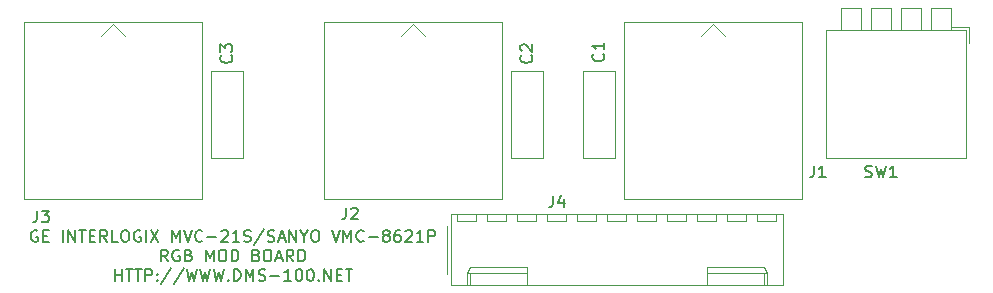
<source format=gbr>
G04 #@! TF.GenerationSoftware,KiCad,Pcbnew,5.1.5+dfsg1-2build2*
G04 #@! TF.CreationDate,2021-08-15T19:23:22-05:00*
G04 #@! TF.ProjectId,interlogix-rgb-mod,696e7465-726c-46f6-9769-782d7267622d,rev?*
G04 #@! TF.SameCoordinates,Original*
G04 #@! TF.FileFunction,Legend,Top*
G04 #@! TF.FilePolarity,Positive*
%FSLAX46Y46*%
G04 Gerber Fmt 4.6, Leading zero omitted, Abs format (unit mm)*
G04 Created by KiCad (PCBNEW 5.1.5+dfsg1-2build2) date 2021-08-15 19:23:22*
%MOMM*%
%LPD*%
G04 APERTURE LIST*
%ADD10C,0.150000*%
%ADD11C,0.120000*%
G04 APERTURE END LIST*
D10*
X47460380Y-80654000D02*
X47365142Y-80606380D01*
X47222285Y-80606380D01*
X47079428Y-80654000D01*
X46984190Y-80749238D01*
X46936571Y-80844476D01*
X46888952Y-81034952D01*
X46888952Y-81177809D01*
X46936571Y-81368285D01*
X46984190Y-81463523D01*
X47079428Y-81558761D01*
X47222285Y-81606380D01*
X47317523Y-81606380D01*
X47460380Y-81558761D01*
X47508000Y-81511142D01*
X47508000Y-81177809D01*
X47317523Y-81177809D01*
X47936571Y-81082571D02*
X48269904Y-81082571D01*
X48412761Y-81606380D02*
X47936571Y-81606380D01*
X47936571Y-80606380D01*
X48412761Y-80606380D01*
X49603238Y-81606380D02*
X49603238Y-80606380D01*
X50079428Y-81606380D02*
X50079428Y-80606380D01*
X50650857Y-81606380D01*
X50650857Y-80606380D01*
X50984190Y-80606380D02*
X51555619Y-80606380D01*
X51269904Y-81606380D02*
X51269904Y-80606380D01*
X51888952Y-81082571D02*
X52222285Y-81082571D01*
X52365142Y-81606380D02*
X51888952Y-81606380D01*
X51888952Y-80606380D01*
X52365142Y-80606380D01*
X53365142Y-81606380D02*
X53031809Y-81130190D01*
X52793714Y-81606380D02*
X52793714Y-80606380D01*
X53174666Y-80606380D01*
X53269904Y-80654000D01*
X53317523Y-80701619D01*
X53365142Y-80796857D01*
X53365142Y-80939714D01*
X53317523Y-81034952D01*
X53269904Y-81082571D01*
X53174666Y-81130190D01*
X52793714Y-81130190D01*
X54269904Y-81606380D02*
X53793714Y-81606380D01*
X53793714Y-80606380D01*
X54793714Y-80606380D02*
X54984190Y-80606380D01*
X55079428Y-80654000D01*
X55174666Y-80749238D01*
X55222285Y-80939714D01*
X55222285Y-81273047D01*
X55174666Y-81463523D01*
X55079428Y-81558761D01*
X54984190Y-81606380D01*
X54793714Y-81606380D01*
X54698476Y-81558761D01*
X54603238Y-81463523D01*
X54555619Y-81273047D01*
X54555619Y-80939714D01*
X54603238Y-80749238D01*
X54698476Y-80654000D01*
X54793714Y-80606380D01*
X56174666Y-80654000D02*
X56079428Y-80606380D01*
X55936571Y-80606380D01*
X55793714Y-80654000D01*
X55698476Y-80749238D01*
X55650857Y-80844476D01*
X55603238Y-81034952D01*
X55603238Y-81177809D01*
X55650857Y-81368285D01*
X55698476Y-81463523D01*
X55793714Y-81558761D01*
X55936571Y-81606380D01*
X56031809Y-81606380D01*
X56174666Y-81558761D01*
X56222285Y-81511142D01*
X56222285Y-81177809D01*
X56031809Y-81177809D01*
X56650857Y-81606380D02*
X56650857Y-80606380D01*
X57031809Y-80606380D02*
X57698476Y-81606380D01*
X57698476Y-80606380D02*
X57031809Y-81606380D01*
X58841333Y-81606380D02*
X58841333Y-80606380D01*
X59174666Y-81320666D01*
X59508000Y-80606380D01*
X59508000Y-81606380D01*
X59841333Y-80606380D02*
X60174666Y-81606380D01*
X60508000Y-80606380D01*
X61412761Y-81511142D02*
X61365142Y-81558761D01*
X61222285Y-81606380D01*
X61127047Y-81606380D01*
X60984190Y-81558761D01*
X60888952Y-81463523D01*
X60841333Y-81368285D01*
X60793714Y-81177809D01*
X60793714Y-81034952D01*
X60841333Y-80844476D01*
X60888952Y-80749238D01*
X60984190Y-80654000D01*
X61127047Y-80606380D01*
X61222285Y-80606380D01*
X61365142Y-80654000D01*
X61412761Y-80701619D01*
X61841333Y-81225428D02*
X62603238Y-81225428D01*
X63031809Y-80701619D02*
X63079428Y-80654000D01*
X63174666Y-80606380D01*
X63412761Y-80606380D01*
X63508000Y-80654000D01*
X63555619Y-80701619D01*
X63603238Y-80796857D01*
X63603238Y-80892095D01*
X63555619Y-81034952D01*
X62984190Y-81606380D01*
X63603238Y-81606380D01*
X64555619Y-81606380D02*
X63984190Y-81606380D01*
X64269904Y-81606380D02*
X64269904Y-80606380D01*
X64174666Y-80749238D01*
X64079428Y-80844476D01*
X63984190Y-80892095D01*
X64936571Y-81558761D02*
X65079428Y-81606380D01*
X65317523Y-81606380D01*
X65412761Y-81558761D01*
X65460380Y-81511142D01*
X65508000Y-81415904D01*
X65508000Y-81320666D01*
X65460380Y-81225428D01*
X65412761Y-81177809D01*
X65317523Y-81130190D01*
X65127047Y-81082571D01*
X65031809Y-81034952D01*
X64984190Y-80987333D01*
X64936571Y-80892095D01*
X64936571Y-80796857D01*
X64984190Y-80701619D01*
X65031809Y-80654000D01*
X65127047Y-80606380D01*
X65365142Y-80606380D01*
X65508000Y-80654000D01*
X66650857Y-80558761D02*
X65793714Y-81844476D01*
X66936571Y-81558761D02*
X67079428Y-81606380D01*
X67317523Y-81606380D01*
X67412761Y-81558761D01*
X67460380Y-81511142D01*
X67508000Y-81415904D01*
X67508000Y-81320666D01*
X67460380Y-81225428D01*
X67412761Y-81177809D01*
X67317523Y-81130190D01*
X67127047Y-81082571D01*
X67031809Y-81034952D01*
X66984190Y-80987333D01*
X66936571Y-80892095D01*
X66936571Y-80796857D01*
X66984190Y-80701619D01*
X67031809Y-80654000D01*
X67127047Y-80606380D01*
X67365142Y-80606380D01*
X67508000Y-80654000D01*
X67888952Y-81320666D02*
X68365142Y-81320666D01*
X67793714Y-81606380D02*
X68127047Y-80606380D01*
X68460380Y-81606380D01*
X68793714Y-81606380D02*
X68793714Y-80606380D01*
X69365142Y-81606380D01*
X69365142Y-80606380D01*
X70031809Y-81130190D02*
X70031809Y-81606380D01*
X69698476Y-80606380D02*
X70031809Y-81130190D01*
X70365142Y-80606380D01*
X70888952Y-80606380D02*
X71079428Y-80606380D01*
X71174666Y-80654000D01*
X71269904Y-80749238D01*
X71317523Y-80939714D01*
X71317523Y-81273047D01*
X71269904Y-81463523D01*
X71174666Y-81558761D01*
X71079428Y-81606380D01*
X70888952Y-81606380D01*
X70793714Y-81558761D01*
X70698476Y-81463523D01*
X70650857Y-81273047D01*
X70650857Y-80939714D01*
X70698476Y-80749238D01*
X70793714Y-80654000D01*
X70888952Y-80606380D01*
X72365142Y-80606380D02*
X72698476Y-81606380D01*
X73031809Y-80606380D01*
X73365142Y-81606380D02*
X73365142Y-80606380D01*
X73698476Y-81320666D01*
X74031809Y-80606380D01*
X74031809Y-81606380D01*
X75079428Y-81511142D02*
X75031809Y-81558761D01*
X74888952Y-81606380D01*
X74793714Y-81606380D01*
X74650857Y-81558761D01*
X74555619Y-81463523D01*
X74508000Y-81368285D01*
X74460380Y-81177809D01*
X74460380Y-81034952D01*
X74508000Y-80844476D01*
X74555619Y-80749238D01*
X74650857Y-80654000D01*
X74793714Y-80606380D01*
X74888952Y-80606380D01*
X75031809Y-80654000D01*
X75079428Y-80701619D01*
X75508000Y-81225428D02*
X76269904Y-81225428D01*
X76888952Y-81034952D02*
X76793714Y-80987333D01*
X76746095Y-80939714D01*
X76698476Y-80844476D01*
X76698476Y-80796857D01*
X76746095Y-80701619D01*
X76793714Y-80654000D01*
X76888952Y-80606380D01*
X77079428Y-80606380D01*
X77174666Y-80654000D01*
X77222285Y-80701619D01*
X77269904Y-80796857D01*
X77269904Y-80844476D01*
X77222285Y-80939714D01*
X77174666Y-80987333D01*
X77079428Y-81034952D01*
X76888952Y-81034952D01*
X76793714Y-81082571D01*
X76746095Y-81130190D01*
X76698476Y-81225428D01*
X76698476Y-81415904D01*
X76746095Y-81511142D01*
X76793714Y-81558761D01*
X76888952Y-81606380D01*
X77079428Y-81606380D01*
X77174666Y-81558761D01*
X77222285Y-81511142D01*
X77269904Y-81415904D01*
X77269904Y-81225428D01*
X77222285Y-81130190D01*
X77174666Y-81082571D01*
X77079428Y-81034952D01*
X78127047Y-80606380D02*
X77936571Y-80606380D01*
X77841333Y-80654000D01*
X77793714Y-80701619D01*
X77698476Y-80844476D01*
X77650857Y-81034952D01*
X77650857Y-81415904D01*
X77698476Y-81511142D01*
X77746095Y-81558761D01*
X77841333Y-81606380D01*
X78031809Y-81606380D01*
X78127047Y-81558761D01*
X78174666Y-81511142D01*
X78222285Y-81415904D01*
X78222285Y-81177809D01*
X78174666Y-81082571D01*
X78127047Y-81034952D01*
X78031809Y-80987333D01*
X77841333Y-80987333D01*
X77746095Y-81034952D01*
X77698476Y-81082571D01*
X77650857Y-81177809D01*
X78603238Y-80701619D02*
X78650857Y-80654000D01*
X78746095Y-80606380D01*
X78984190Y-80606380D01*
X79079428Y-80654000D01*
X79127047Y-80701619D01*
X79174666Y-80796857D01*
X79174666Y-80892095D01*
X79127047Y-81034952D01*
X78555619Y-81606380D01*
X79174666Y-81606380D01*
X80127047Y-81606380D02*
X79555619Y-81606380D01*
X79841333Y-81606380D02*
X79841333Y-80606380D01*
X79746095Y-80749238D01*
X79650857Y-80844476D01*
X79555619Y-80892095D01*
X80555619Y-81606380D02*
X80555619Y-80606380D01*
X80936571Y-80606380D01*
X81031809Y-80654000D01*
X81079428Y-80701619D01*
X81127047Y-80796857D01*
X81127047Y-80939714D01*
X81079428Y-81034952D01*
X81031809Y-81082571D01*
X80936571Y-81130190D01*
X80555619Y-81130190D01*
X58508000Y-83256380D02*
X58174666Y-82780190D01*
X57936571Y-83256380D02*
X57936571Y-82256380D01*
X58317523Y-82256380D01*
X58412761Y-82304000D01*
X58460380Y-82351619D01*
X58508000Y-82446857D01*
X58508000Y-82589714D01*
X58460380Y-82684952D01*
X58412761Y-82732571D01*
X58317523Y-82780190D01*
X57936571Y-82780190D01*
X59460380Y-82304000D02*
X59365142Y-82256380D01*
X59222285Y-82256380D01*
X59079428Y-82304000D01*
X58984190Y-82399238D01*
X58936571Y-82494476D01*
X58888952Y-82684952D01*
X58888952Y-82827809D01*
X58936571Y-83018285D01*
X58984190Y-83113523D01*
X59079428Y-83208761D01*
X59222285Y-83256380D01*
X59317523Y-83256380D01*
X59460380Y-83208761D01*
X59508000Y-83161142D01*
X59508000Y-82827809D01*
X59317523Y-82827809D01*
X60269904Y-82732571D02*
X60412761Y-82780190D01*
X60460380Y-82827809D01*
X60508000Y-82923047D01*
X60508000Y-83065904D01*
X60460380Y-83161142D01*
X60412761Y-83208761D01*
X60317523Y-83256380D01*
X59936571Y-83256380D01*
X59936571Y-82256380D01*
X60269904Y-82256380D01*
X60365142Y-82304000D01*
X60412761Y-82351619D01*
X60460380Y-82446857D01*
X60460380Y-82542095D01*
X60412761Y-82637333D01*
X60365142Y-82684952D01*
X60269904Y-82732571D01*
X59936571Y-82732571D01*
X61698476Y-83256380D02*
X61698476Y-82256380D01*
X62031809Y-82970666D01*
X62365142Y-82256380D01*
X62365142Y-83256380D01*
X63031809Y-82256380D02*
X63222285Y-82256380D01*
X63317523Y-82304000D01*
X63412761Y-82399238D01*
X63460380Y-82589714D01*
X63460380Y-82923047D01*
X63412761Y-83113523D01*
X63317523Y-83208761D01*
X63222285Y-83256380D01*
X63031809Y-83256380D01*
X62936571Y-83208761D01*
X62841333Y-83113523D01*
X62793714Y-82923047D01*
X62793714Y-82589714D01*
X62841333Y-82399238D01*
X62936571Y-82304000D01*
X63031809Y-82256380D01*
X63888952Y-83256380D02*
X63888952Y-82256380D01*
X64127047Y-82256380D01*
X64269904Y-82304000D01*
X64365142Y-82399238D01*
X64412761Y-82494476D01*
X64460380Y-82684952D01*
X64460380Y-82827809D01*
X64412761Y-83018285D01*
X64365142Y-83113523D01*
X64269904Y-83208761D01*
X64127047Y-83256380D01*
X63888952Y-83256380D01*
X65984190Y-82732571D02*
X66127047Y-82780190D01*
X66174666Y-82827809D01*
X66222285Y-82923047D01*
X66222285Y-83065904D01*
X66174666Y-83161142D01*
X66127047Y-83208761D01*
X66031809Y-83256380D01*
X65650857Y-83256380D01*
X65650857Y-82256380D01*
X65984190Y-82256380D01*
X66079428Y-82304000D01*
X66127047Y-82351619D01*
X66174666Y-82446857D01*
X66174666Y-82542095D01*
X66127047Y-82637333D01*
X66079428Y-82684952D01*
X65984190Y-82732571D01*
X65650857Y-82732571D01*
X66841333Y-82256380D02*
X67031809Y-82256380D01*
X67127047Y-82304000D01*
X67222285Y-82399238D01*
X67269904Y-82589714D01*
X67269904Y-82923047D01*
X67222285Y-83113523D01*
X67127047Y-83208761D01*
X67031809Y-83256380D01*
X66841333Y-83256380D01*
X66746095Y-83208761D01*
X66650857Y-83113523D01*
X66603238Y-82923047D01*
X66603238Y-82589714D01*
X66650857Y-82399238D01*
X66746095Y-82304000D01*
X66841333Y-82256380D01*
X67650857Y-82970666D02*
X68127047Y-82970666D01*
X67555619Y-83256380D02*
X67888952Y-82256380D01*
X68222285Y-83256380D01*
X69127047Y-83256380D02*
X68793714Y-82780190D01*
X68555619Y-83256380D02*
X68555619Y-82256380D01*
X68936571Y-82256380D01*
X69031809Y-82304000D01*
X69079428Y-82351619D01*
X69127047Y-82446857D01*
X69127047Y-82589714D01*
X69079428Y-82684952D01*
X69031809Y-82732571D01*
X68936571Y-82780190D01*
X68555619Y-82780190D01*
X69555619Y-83256380D02*
X69555619Y-82256380D01*
X69793714Y-82256380D01*
X69936571Y-82304000D01*
X70031809Y-82399238D01*
X70079428Y-82494476D01*
X70127047Y-82684952D01*
X70127047Y-82827809D01*
X70079428Y-83018285D01*
X70031809Y-83113523D01*
X69936571Y-83208761D01*
X69793714Y-83256380D01*
X69555619Y-83256380D01*
X54031809Y-84906380D02*
X54031809Y-83906380D01*
X54031809Y-84382571D02*
X54603238Y-84382571D01*
X54603238Y-84906380D02*
X54603238Y-83906380D01*
X54936571Y-83906380D02*
X55508000Y-83906380D01*
X55222285Y-84906380D02*
X55222285Y-83906380D01*
X55698476Y-83906380D02*
X56269904Y-83906380D01*
X55984190Y-84906380D02*
X55984190Y-83906380D01*
X56603238Y-84906380D02*
X56603238Y-83906380D01*
X56984190Y-83906380D01*
X57079428Y-83954000D01*
X57127047Y-84001619D01*
X57174666Y-84096857D01*
X57174666Y-84239714D01*
X57127047Y-84334952D01*
X57079428Y-84382571D01*
X56984190Y-84430190D01*
X56603238Y-84430190D01*
X57603238Y-84811142D02*
X57650857Y-84858761D01*
X57603238Y-84906380D01*
X57555619Y-84858761D01*
X57603238Y-84811142D01*
X57603238Y-84906380D01*
X57603238Y-84287333D02*
X57650857Y-84334952D01*
X57603238Y-84382571D01*
X57555619Y-84334952D01*
X57603238Y-84287333D01*
X57603238Y-84382571D01*
X58793714Y-83858761D02*
X57936571Y-85144476D01*
X59841333Y-83858761D02*
X58984190Y-85144476D01*
X60079428Y-83906380D02*
X60317523Y-84906380D01*
X60508000Y-84192095D01*
X60698476Y-84906380D01*
X60936571Y-83906380D01*
X61222285Y-83906380D02*
X61460380Y-84906380D01*
X61650857Y-84192095D01*
X61841333Y-84906380D01*
X62079428Y-83906380D01*
X62365142Y-83906380D02*
X62603238Y-84906380D01*
X62793714Y-84192095D01*
X62984190Y-84906380D01*
X63222285Y-83906380D01*
X63603238Y-84811142D02*
X63650857Y-84858761D01*
X63603238Y-84906380D01*
X63555619Y-84858761D01*
X63603238Y-84811142D01*
X63603238Y-84906380D01*
X64079428Y-84906380D02*
X64079428Y-83906380D01*
X64317523Y-83906380D01*
X64460380Y-83954000D01*
X64555619Y-84049238D01*
X64603238Y-84144476D01*
X64650857Y-84334952D01*
X64650857Y-84477809D01*
X64603238Y-84668285D01*
X64555619Y-84763523D01*
X64460380Y-84858761D01*
X64317523Y-84906380D01*
X64079428Y-84906380D01*
X65079428Y-84906380D02*
X65079428Y-83906380D01*
X65412761Y-84620666D01*
X65746095Y-83906380D01*
X65746095Y-84906380D01*
X66174666Y-84858761D02*
X66317523Y-84906380D01*
X66555619Y-84906380D01*
X66650857Y-84858761D01*
X66698476Y-84811142D01*
X66746095Y-84715904D01*
X66746095Y-84620666D01*
X66698476Y-84525428D01*
X66650857Y-84477809D01*
X66555619Y-84430190D01*
X66365142Y-84382571D01*
X66269904Y-84334952D01*
X66222285Y-84287333D01*
X66174666Y-84192095D01*
X66174666Y-84096857D01*
X66222285Y-84001619D01*
X66269904Y-83954000D01*
X66365142Y-83906380D01*
X66603238Y-83906380D01*
X66746095Y-83954000D01*
X67174666Y-84525428D02*
X67936571Y-84525428D01*
X68936571Y-84906380D02*
X68365142Y-84906380D01*
X68650857Y-84906380D02*
X68650857Y-83906380D01*
X68555619Y-84049238D01*
X68460380Y-84144476D01*
X68365142Y-84192095D01*
X69555619Y-83906380D02*
X69650857Y-83906380D01*
X69746095Y-83954000D01*
X69793714Y-84001619D01*
X69841333Y-84096857D01*
X69888952Y-84287333D01*
X69888952Y-84525428D01*
X69841333Y-84715904D01*
X69793714Y-84811142D01*
X69746095Y-84858761D01*
X69650857Y-84906380D01*
X69555619Y-84906380D01*
X69460380Y-84858761D01*
X69412761Y-84811142D01*
X69365142Y-84715904D01*
X69317523Y-84525428D01*
X69317523Y-84287333D01*
X69365142Y-84096857D01*
X69412761Y-84001619D01*
X69460380Y-83954000D01*
X69555619Y-83906380D01*
X70508000Y-83906380D02*
X70603238Y-83906380D01*
X70698476Y-83954000D01*
X70746095Y-84001619D01*
X70793714Y-84096857D01*
X70841333Y-84287333D01*
X70841333Y-84525428D01*
X70793714Y-84715904D01*
X70746095Y-84811142D01*
X70698476Y-84858761D01*
X70603238Y-84906380D01*
X70508000Y-84906380D01*
X70412761Y-84858761D01*
X70365142Y-84811142D01*
X70317523Y-84715904D01*
X70269904Y-84525428D01*
X70269904Y-84287333D01*
X70317523Y-84096857D01*
X70365142Y-84001619D01*
X70412761Y-83954000D01*
X70508000Y-83906380D01*
X71269904Y-84811142D02*
X71317523Y-84858761D01*
X71269904Y-84906380D01*
X71222285Y-84858761D01*
X71269904Y-84811142D01*
X71269904Y-84906380D01*
X71746095Y-84906380D02*
X71746095Y-83906380D01*
X72317523Y-84906380D01*
X72317523Y-83906380D01*
X72793714Y-84382571D02*
X73127047Y-84382571D01*
X73269904Y-84906380D02*
X72793714Y-84906380D01*
X72793714Y-83906380D01*
X73269904Y-83906380D01*
X73555619Y-83906380D02*
X74127047Y-83906380D01*
X73841333Y-84906380D02*
X73841333Y-83906380D01*
D11*
X117142000Y-63628000D02*
X115522000Y-63628000D01*
X117142000Y-61768000D02*
X115522000Y-61768000D01*
X115522000Y-61768000D02*
X115522000Y-63628000D01*
X117142000Y-61768000D02*
X117142000Y-63628000D01*
X119682000Y-63628000D02*
X118062000Y-63628000D01*
X119682000Y-61768000D02*
X118062000Y-61768000D01*
X118062000Y-61768000D02*
X118062000Y-63628000D01*
X119682000Y-61768000D02*
X119682000Y-63628000D01*
X122222000Y-63628000D02*
X120602000Y-63628000D01*
X122222000Y-61768000D02*
X120602000Y-61768000D01*
X120602000Y-61768000D02*
X120602000Y-63628000D01*
X122222000Y-61768000D02*
X122222000Y-63628000D01*
X124762000Y-63628000D02*
X123142000Y-63628000D01*
X124762000Y-61768000D02*
X123142000Y-61768000D01*
X123142000Y-61768000D02*
X123142000Y-63628000D01*
X124762000Y-61768000D02*
X124762000Y-63628000D01*
X126302000Y-63388000D02*
X124919000Y-63388000D01*
X126302000Y-63388000D02*
X126302000Y-64771000D01*
X126062000Y-74548000D02*
X114222000Y-74548000D01*
X126062000Y-63628000D02*
X114222000Y-63628000D01*
X114222000Y-63628000D02*
X114222000Y-74548000D01*
X126062000Y-63628000D02*
X126062000Y-74548000D01*
X110020000Y-79866000D02*
X110020000Y-79266000D01*
X108420000Y-79866000D02*
X110020000Y-79866000D01*
X108420000Y-79266000D02*
X108420000Y-79866000D01*
X107480000Y-79866000D02*
X107480000Y-79266000D01*
X105880000Y-79866000D02*
X107480000Y-79866000D01*
X105880000Y-79266000D02*
X105880000Y-79866000D01*
X104940000Y-79866000D02*
X104940000Y-79266000D01*
X103340000Y-79866000D02*
X104940000Y-79866000D01*
X103340000Y-79266000D02*
X103340000Y-79866000D01*
X102400000Y-79866000D02*
X102400000Y-79266000D01*
X100800000Y-79866000D02*
X102400000Y-79866000D01*
X100800000Y-79266000D02*
X100800000Y-79866000D01*
X99860000Y-79866000D02*
X99860000Y-79266000D01*
X98260000Y-79866000D02*
X99860000Y-79866000D01*
X98260000Y-79266000D02*
X98260000Y-79866000D01*
X97320000Y-79866000D02*
X97320000Y-79266000D01*
X95720000Y-79866000D02*
X97320000Y-79866000D01*
X95720000Y-79266000D02*
X95720000Y-79866000D01*
X94780000Y-79866000D02*
X94780000Y-79266000D01*
X93180000Y-79866000D02*
X94780000Y-79866000D01*
X93180000Y-79266000D02*
X93180000Y-79866000D01*
X92240000Y-79866000D02*
X92240000Y-79266000D01*
X90640000Y-79866000D02*
X92240000Y-79866000D01*
X90640000Y-79266000D02*
X90640000Y-79866000D01*
X89700000Y-79866000D02*
X89700000Y-79266000D01*
X88100000Y-79866000D02*
X89700000Y-79866000D01*
X88100000Y-79266000D02*
X88100000Y-79866000D01*
X87160000Y-79866000D02*
X87160000Y-79266000D01*
X85560000Y-79866000D02*
X87160000Y-79866000D01*
X85560000Y-79266000D02*
X85560000Y-79866000D01*
X84620000Y-79866000D02*
X84620000Y-79266000D01*
X83020000Y-79866000D02*
X84620000Y-79866000D01*
X83020000Y-79266000D02*
X83020000Y-79866000D01*
X108970000Y-85286000D02*
X108970000Y-84286000D01*
X104140000Y-83756000D02*
X104140000Y-84286000D01*
X108970000Y-83756000D02*
X104140000Y-83756000D01*
X109220000Y-84286000D02*
X108970000Y-83756000D01*
X104140000Y-84286000D02*
X104140000Y-85286000D01*
X109220000Y-84286000D02*
X104140000Y-84286000D01*
X109220000Y-85286000D02*
X109220000Y-84286000D01*
X84070000Y-85286000D02*
X84070000Y-84286000D01*
X88900000Y-83756000D02*
X88900000Y-84286000D01*
X84070000Y-83756000D02*
X88900000Y-83756000D01*
X83820000Y-84286000D02*
X84070000Y-83756000D01*
X88900000Y-84286000D02*
X88900000Y-85286000D01*
X83820000Y-84286000D02*
X88900000Y-84286000D01*
X83820000Y-85286000D02*
X83820000Y-84286000D01*
X82150000Y-80296000D02*
X82150000Y-84296000D01*
X110600000Y-79266000D02*
X82440000Y-79266000D01*
X110600000Y-85286000D02*
X110600000Y-79266000D01*
X82440000Y-85286000D02*
X110600000Y-85286000D01*
X82440000Y-79266000D02*
X82440000Y-85286000D01*
X53848000Y-63192000D02*
X54848000Y-64192000D01*
X53848000Y-63192000D02*
X52848000Y-64192000D01*
X46348000Y-77992000D02*
X46348000Y-62992000D01*
X61348000Y-77992000D02*
X46348000Y-77992000D01*
X61348000Y-62992000D02*
X61348000Y-77992000D01*
X46348000Y-62992000D02*
X61348000Y-62992000D01*
X79248000Y-63192000D02*
X80248000Y-64192000D01*
X79248000Y-63192000D02*
X78248000Y-64192000D01*
X71748000Y-77992000D02*
X71748000Y-62992000D01*
X86748000Y-77992000D02*
X71748000Y-77992000D01*
X86748000Y-62992000D02*
X86748000Y-77992000D01*
X71748000Y-62992000D02*
X86748000Y-62992000D01*
X104648000Y-63192000D02*
X105648000Y-64192000D01*
X104648000Y-63192000D02*
X103648000Y-64192000D01*
X97148000Y-77992000D02*
X97148000Y-62992000D01*
X112148000Y-77992000D02*
X97148000Y-77992000D01*
X112148000Y-62992000D02*
X112148000Y-77992000D01*
X97148000Y-62992000D02*
X112148000Y-62992000D01*
X64870000Y-74546000D02*
X62130000Y-74546000D01*
X64870000Y-67106000D02*
X62130000Y-67106000D01*
X62130000Y-67106000D02*
X62130000Y-74546000D01*
X64870000Y-67106000D02*
X64870000Y-74546000D01*
X90270000Y-74546000D02*
X87530000Y-74546000D01*
X90270000Y-67106000D02*
X87530000Y-67106000D01*
X87530000Y-67106000D02*
X87530000Y-74546000D01*
X90270000Y-67106000D02*
X90270000Y-74546000D01*
X96366000Y-74546000D02*
X93626000Y-74546000D01*
X96366000Y-67106000D02*
X93626000Y-67106000D01*
X93626000Y-67106000D02*
X93626000Y-74546000D01*
X96366000Y-67106000D02*
X96366000Y-74546000D01*
D10*
X117538666Y-76096761D02*
X117681523Y-76144380D01*
X117919619Y-76144380D01*
X118014857Y-76096761D01*
X118062476Y-76049142D01*
X118110095Y-75953904D01*
X118110095Y-75858666D01*
X118062476Y-75763428D01*
X118014857Y-75715809D01*
X117919619Y-75668190D01*
X117729142Y-75620571D01*
X117633904Y-75572952D01*
X117586285Y-75525333D01*
X117538666Y-75430095D01*
X117538666Y-75334857D01*
X117586285Y-75239619D01*
X117633904Y-75192000D01*
X117729142Y-75144380D01*
X117967238Y-75144380D01*
X118110095Y-75192000D01*
X118443428Y-75144380D02*
X118681523Y-76144380D01*
X118872000Y-75430095D01*
X119062476Y-76144380D01*
X119300571Y-75144380D01*
X120205333Y-76144380D02*
X119633904Y-76144380D01*
X119919619Y-76144380D02*
X119919619Y-75144380D01*
X119824380Y-75287238D01*
X119729142Y-75382476D01*
X119633904Y-75430095D01*
X91106666Y-77684380D02*
X91106666Y-78398666D01*
X91059047Y-78541523D01*
X90963809Y-78636761D01*
X90820952Y-78684380D01*
X90725714Y-78684380D01*
X92011428Y-78017714D02*
X92011428Y-78684380D01*
X91773333Y-77636761D02*
X91535238Y-78351047D01*
X92154285Y-78351047D01*
X47418666Y-78954380D02*
X47418666Y-79668666D01*
X47371047Y-79811523D01*
X47275809Y-79906761D01*
X47132952Y-79954380D01*
X47037714Y-79954380D01*
X47799619Y-78954380D02*
X48418666Y-78954380D01*
X48085333Y-79335333D01*
X48228190Y-79335333D01*
X48323428Y-79382952D01*
X48371047Y-79430571D01*
X48418666Y-79525809D01*
X48418666Y-79763904D01*
X48371047Y-79859142D01*
X48323428Y-79906761D01*
X48228190Y-79954380D01*
X47942476Y-79954380D01*
X47847238Y-79906761D01*
X47799619Y-79859142D01*
X73580666Y-78700380D02*
X73580666Y-79414666D01*
X73533047Y-79557523D01*
X73437809Y-79652761D01*
X73294952Y-79700380D01*
X73199714Y-79700380D01*
X74009238Y-78795619D02*
X74056857Y-78748000D01*
X74152095Y-78700380D01*
X74390190Y-78700380D01*
X74485428Y-78748000D01*
X74533047Y-78795619D01*
X74580666Y-78890857D01*
X74580666Y-78986095D01*
X74533047Y-79128952D01*
X73961619Y-79700380D01*
X74580666Y-79700380D01*
X113204666Y-75144380D02*
X113204666Y-75858666D01*
X113157047Y-76001523D01*
X113061809Y-76096761D01*
X112918952Y-76144380D01*
X112823714Y-76144380D01*
X114204666Y-76144380D02*
X113633238Y-76144380D01*
X113918952Y-76144380D02*
X113918952Y-75144380D01*
X113823714Y-75287238D01*
X113728476Y-75382476D01*
X113633238Y-75430095D01*
X63857142Y-65825666D02*
X63904761Y-65873285D01*
X63952380Y-66016142D01*
X63952380Y-66111380D01*
X63904761Y-66254238D01*
X63809523Y-66349476D01*
X63714285Y-66397095D01*
X63523809Y-66444714D01*
X63380952Y-66444714D01*
X63190476Y-66397095D01*
X63095238Y-66349476D01*
X63000000Y-66254238D01*
X62952380Y-66111380D01*
X62952380Y-66016142D01*
X63000000Y-65873285D01*
X63047619Y-65825666D01*
X62952380Y-65492333D02*
X62952380Y-64873285D01*
X63333333Y-65206619D01*
X63333333Y-65063761D01*
X63380952Y-64968523D01*
X63428571Y-64920904D01*
X63523809Y-64873285D01*
X63761904Y-64873285D01*
X63857142Y-64920904D01*
X63904761Y-64968523D01*
X63952380Y-65063761D01*
X63952380Y-65349476D01*
X63904761Y-65444714D01*
X63857142Y-65492333D01*
X89257142Y-65825666D02*
X89304761Y-65873285D01*
X89352380Y-66016142D01*
X89352380Y-66111380D01*
X89304761Y-66254238D01*
X89209523Y-66349476D01*
X89114285Y-66397095D01*
X88923809Y-66444714D01*
X88780952Y-66444714D01*
X88590476Y-66397095D01*
X88495238Y-66349476D01*
X88400000Y-66254238D01*
X88352380Y-66111380D01*
X88352380Y-66016142D01*
X88400000Y-65873285D01*
X88447619Y-65825666D01*
X88447619Y-65444714D02*
X88400000Y-65397095D01*
X88352380Y-65301857D01*
X88352380Y-65063761D01*
X88400000Y-64968523D01*
X88447619Y-64920904D01*
X88542857Y-64873285D01*
X88638095Y-64873285D01*
X88780952Y-64920904D01*
X89352380Y-65492333D01*
X89352380Y-64873285D01*
X95353142Y-65698666D02*
X95400761Y-65746285D01*
X95448380Y-65889142D01*
X95448380Y-65984380D01*
X95400761Y-66127238D01*
X95305523Y-66222476D01*
X95210285Y-66270095D01*
X95019809Y-66317714D01*
X94876952Y-66317714D01*
X94686476Y-66270095D01*
X94591238Y-66222476D01*
X94496000Y-66127238D01*
X94448380Y-65984380D01*
X94448380Y-65889142D01*
X94496000Y-65746285D01*
X94543619Y-65698666D01*
X95448380Y-64746285D02*
X95448380Y-65317714D01*
X95448380Y-65032000D02*
X94448380Y-65032000D01*
X94591238Y-65127238D01*
X94686476Y-65222476D01*
X94734095Y-65317714D01*
M02*

</source>
